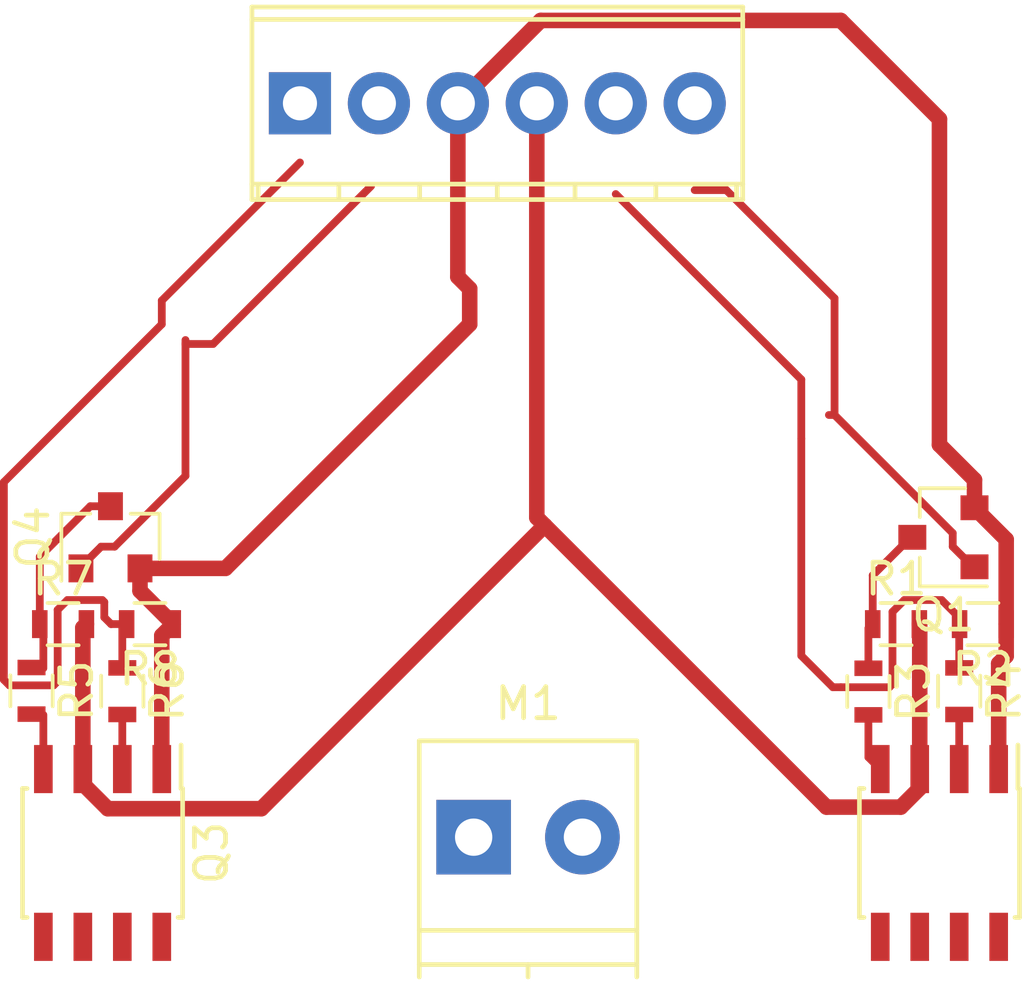
<source format=kicad_pcb>
(kicad_pcb (version 20171130) (host pcbnew 5.0.0-rc2-dev-unknown-6866c0c~65~ubuntu16.04.1)

  (general
    (thickness 1.6)
    (drawings 0)
    (tracks 95)
    (zones 0)
    (modules 14)
    (nets 15)
  )

  (page A4)
  (layers
    (0 F.Cu signal)
    (31 B.Cu signal hide)
    (32 B.Adhes user hide)
    (33 F.Adhes user hide)
    (34 B.Paste user hide)
    (35 F.Paste user hide)
    (36 B.SilkS user hide)
    (37 F.SilkS user hide)
    (38 B.Mask user hide)
    (39 F.Mask user hide)
    (40 Dwgs.User user hide)
    (41 Cmts.User user hide)
    (42 Eco1.User user hide)
    (43 Eco2.User user hide)
    (44 Edge.Cuts user hide)
    (45 Margin user hide)
    (46 B.CrtYd user hide)
    (47 F.CrtYd user)
    (48 B.Fab user hide)
    (49 F.Fab user hide)
  )

  (setup
    (last_trace_width 0.25)
    (trace_clearance 0.2)
    (zone_clearance 0.508)
    (zone_45_only no)
    (trace_min 0.2)
    (segment_width 0.2)
    (edge_width 0.15)
    (via_size 0.6)
    (via_drill 0.4)
    (via_min_size 0.4)
    (via_min_drill 0.3)
    (uvia_size 0.3)
    (uvia_drill 0.1)
    (uvias_allowed no)
    (uvia_min_size 0.2)
    (uvia_min_drill 0.1)
    (pcb_text_width 0.3)
    (pcb_text_size 1.5 1.5)
    (mod_edge_width 0.15)
    (mod_text_size 1 1)
    (mod_text_width 0.15)
    (pad_size 1.524 1.524)
    (pad_drill 0.762)
    (pad_to_mask_clearance 0.2)
    (aux_axis_origin 0 0)
    (visible_elements FFF8FF9F)
    (pcbplotparams
      (layerselection 0x00030_80000001)
      (usegerberextensions false)
      (usegerberattributes false)
      (usegerberadvancedattributes false)
      (creategerberjobfile false)
      (excludeedgelayer true)
      (linewidth 0.100000)
      (plotframeref false)
      (viasonmask false)
      (mode 1)
      (useauxorigin false)
      (hpglpennumber 1)
      (hpglpenspeed 20)
      (hpglpendiameter 15)
      (psnegative false)
      (psa4output false)
      (plotreference true)
      (plotvalue true)
      (plotinvisibletext false)
      (padsonsilk false)
      (subtractmaskfromsilk false)
      (outputformat 1)
      (mirror false)
      (drillshape 1)
      (scaleselection 1)
      (outputdirectory ""))
  )

  (net 0 "")
  (net 1 +BATT)
  (net 2 GNDREF)
  (net 3 "Net-(Q1-Pad3)")
  (net 4 "Net-(Q3-Pad4)")
  (net 5 /TOP_R)
  (net 6 /BOT_R)
  (net 7 /BOT_L)
  (net 8 /TOP_L)
  (net 9 /MM2)
  (net 10 /MM1)
  (net 11 "Net-(Q2-Pad2)")
  (net 12 "Net-(Q2-Pad4)")
  (net 13 "Net-(Q3-Pad2)")
  (net 14 "Net-(Q4-Pad3)")

  (net_class Default "This is the default net class."
    (clearance 0.2)
    (trace_width 0.25)
    (via_dia 0.6)
    (via_drill 0.4)
    (uvia_dia 0.3)
    (uvia_drill 0.1)
    (add_net /BOT_L)
    (add_net /BOT_R)
    (add_net /TOP_L)
    (add_net /TOP_R)
    (add_net "Net-(Q1-Pad3)")
    (add_net "Net-(Q2-Pad2)")
    (add_net "Net-(Q2-Pad4)")
    (add_net "Net-(Q3-Pad2)")
    (add_net "Net-(Q3-Pad4)")
    (add_net "Net-(Q4-Pad3)")
  )

  (net_class B ""
    (clearance 0.2)
    (trace_width 0.5)
    (via_dia 0.6)
    (via_drill 0.4)
    (uvia_dia 0.3)
    (uvia_drill 0.1)
    (add_net +BATT)
    (add_net /MM1)
    (add_net /MM2)
    (add_net GNDREF)
  )

  (module TerminalBlocks_Phoenix:TerminalBlock_Phoenix_MPT-2.54mm_6pol (layer F.Cu) (tedit 59FF0755) (tstamp 5AF94A96)
    (at 184.912 76.962)
    (descr "6-way 2.54mm pitch terminal block, Phoenix MPT series")
    (path /5AF8CE8E)
    (fp_text reference J1 (at 6.35 -4.50088) (layer F.SilkS)
      (effects (font (size 1 1) (thickness 0.15)))
    )
    (fp_text value Screw_Terminal_01x06 (at 6.35 4.50088) (layer F.Fab)
      (effects (font (size 1 1) (thickness 0.15)))
    )
    (fp_line (start -1.54432 -3.0988) (end -1.54432 3.0988) (layer F.SilkS) (width 0.15))
    (fp_line (start 14.24432 3.0988) (end 14.24432 -3.0988) (layer F.SilkS) (width 0.15))
    (fp_line (start 1.25222 3.0988) (end 1.25222 2.60096) (layer F.SilkS) (width 0.15))
    (fp_line (start 14.0462 2.60096) (end 14.0462 3.0988) (layer F.SilkS) (width 0.15))
    (fp_line (start -1.3462 3.0988) (end -1.3462 2.60096) (layer F.SilkS) (width 0.15))
    (fp_line (start 3.85064 2.60096) (end 3.85064 3.0988) (layer F.SilkS) (width 0.15))
    (fp_line (start 6.34746 2.60096) (end 6.34746 3.0988) (layer F.SilkS) (width 0.15))
    (fp_line (start 8.84936 2.60096) (end 8.84936 3.0988) (layer F.SilkS) (width 0.15))
    (fp_line (start 11.45032 2.60096) (end 11.45032 3.0988) (layer F.SilkS) (width 0.15))
    (fp_line (start 14.2494 2.60096) (end -1.5494 2.60096) (layer F.SilkS) (width 0.15))
    (fp_line (start -1.5494 3.0988) (end 14.2494 3.0988) (layer F.SilkS) (width 0.15))
    (fp_line (start 14.2494 -2.70002) (end -1.5494 -2.70002) (layer F.SilkS) (width 0.15))
    (fp_line (start 14.2494 -3.0988) (end -1.5494 -3.0988) (layer F.SilkS) (width 0.15))
    (fp_line (start 14.48 -3.3) (end 14.48 3.3) (layer F.CrtYd) (width 0.05))
    (fp_line (start 14.48 3.3) (end -1.78 3.3) (layer F.CrtYd) (width 0.05))
    (fp_line (start -1.78 3.3) (end -1.78 -3.3) (layer F.CrtYd) (width 0.05))
    (fp_line (start -1.78 -3.3) (end 14.48 -3.3) (layer F.CrtYd) (width 0.05))
    (fp_text user %R (at 6.35 0) (layer F.Fab)
      (effects (font (size 1 1) (thickness 0.15)))
    )
    (pad 6 thru_hole oval (at 12.7 0 180) (size 1.99898 1.99898) (drill 1.09728) (layers *.Cu *.Mask)
      (net 5 /TOP_R))
    (pad 5 thru_hole oval (at 10.16 0 180) (size 1.99898 1.99898) (drill 1.09728) (layers *.Cu *.Mask)
      (net 6 /BOT_R))
    (pad 3 thru_hole oval (at 5.08 0 180) (size 1.99898 1.99898) (drill 1.09728) (layers *.Cu *.Mask)
      (net 2 GNDREF))
    (pad 2 thru_hole oval (at 2.54 0 180) (size 1.99898 1.99898) (drill 1.09728) (layers *.Cu *.Mask)
      (net 7 /BOT_L))
    (pad 1 thru_hole rect (at 0 0 180) (size 1.99898 1.99898) (drill 1.09728) (layers *.Cu *.Mask)
      (net 8 /TOP_L))
    (pad 4 thru_hole oval (at 7.62 0 180) (size 1.99898 1.99898) (drill 1.09728) (layers *.Cu *.Mask)
      (net 1 +BATT))
    (model ${KISYS3DMOD}/TerminalBlock_Phoenix.3dshapes/TerminalBlock_Phoenix_MPT-2.54mm_6pol.wrl
      (offset (xyz 6.349999904632568 0 0))
      (scale (xyz 1 1 1))
      (rotate (xyz 0 0 0))
    )
  )

  (module TerminalBlocks_Phoenix:TerminalBlock_Phoenix_PT-3.5mm_2pol (layer F.Cu) (tedit 59FF0756) (tstamp 5AF93C97)
    (at 190.5 100.584)
    (descr "2-way 3.5mm pitch terminal block, Phoenix PT series")
    (path /5AF10717)
    (fp_text reference M1 (at 1.75 -4.3) (layer F.SilkS)
      (effects (font (size 1 1) (thickness 0.15)))
    )
    (fp_text value "Servo Motor" (at 1.75 6) (layer F.Fab)
      (effects (font (size 1 1) (thickness 0.15)))
    )
    (fp_line (start 5.25 -3.1) (end -1.75 -3.1) (layer F.SilkS) (width 0.15))
    (fp_line (start 5.25 4.5) (end 5.25 -3.1) (layer F.SilkS) (width 0.15))
    (fp_line (start -1.75 -3.1) (end -1.75 4.5) (layer F.SilkS) (width 0.15))
    (fp_line (start -1.75 4.1) (end 5.25 4.1) (layer F.SilkS) (width 0.15))
    (fp_line (start -1.75 3) (end 5.25 3) (layer F.SilkS) (width 0.15))
    (fp_line (start 1.75 4.1) (end 1.75 4.5) (layer F.SilkS) (width 0.15))
    (fp_line (start 5.4 -3.3) (end 5.4 4.7) (layer F.CrtYd) (width 0.05))
    (fp_line (start 5.4 4.7) (end -1.9 4.7) (layer F.CrtYd) (width 0.05))
    (fp_line (start -1.9 4.7) (end -1.9 -3.3) (layer F.CrtYd) (width 0.05))
    (fp_line (start -1.9 -3.3) (end 5.4 -3.3) (layer F.CrtYd) (width 0.05))
    (fp_text user %R (at 1.75 0) (layer F.Fab)
      (effects (font (size 1 1) (thickness 0.15)))
    )
    (pad 1 thru_hole rect (at 0 0) (size 2.4 2.4) (drill 1.2) (layers *.Cu *.Mask)
      (net 9 /MM2))
    (pad 2 thru_hole circle (at 3.5 0) (size 2.4 2.4) (drill 1.2) (layers *.Cu *.Mask)
      (net 10 /MM1))
    (model ${KISYS3DMOD}/TerminalBlock_Phoenix.3dshapes/TerminalBlock_Phoenix_PT-3.5mm_2pol.wrl
      (at (xyz 0 0 0))
      (scale (xyz 1 1 1))
      (rotate (xyz 0 0 0))
    )
  )

  (module TO_SOT_Packages_SMD:SOT-23 (layer F.Cu) (tedit 58CE4E7E) (tstamp 5AF93CAC)
    (at 205.613 90.932 180)
    (descr "SOT-23, Standard")
    (tags SOT-23)
    (path /5AF0DF14)
    (attr smd)
    (fp_text reference Q1 (at 0 -2.5 180) (layer F.SilkS)
      (effects (font (size 1 1) (thickness 0.15)))
    )
    (fp_text value 2N7002 (at 0 2.5 180) (layer F.Fab)
      (effects (font (size 1 1) (thickness 0.15)))
    )
    (fp_text user %R (at 0 0 270) (layer F.Fab)
      (effects (font (size 0.5 0.5) (thickness 0.075)))
    )
    (fp_line (start -0.7 -0.95) (end -0.7 1.5) (layer F.Fab) (width 0.1))
    (fp_line (start -0.15 -1.52) (end 0.7 -1.52) (layer F.Fab) (width 0.1))
    (fp_line (start -0.7 -0.95) (end -0.15 -1.52) (layer F.Fab) (width 0.1))
    (fp_line (start 0.7 -1.52) (end 0.7 1.52) (layer F.Fab) (width 0.1))
    (fp_line (start -0.7 1.52) (end 0.7 1.52) (layer F.Fab) (width 0.1))
    (fp_line (start 0.76 1.58) (end 0.76 0.65) (layer F.SilkS) (width 0.12))
    (fp_line (start 0.76 -1.58) (end 0.76 -0.65) (layer F.SilkS) (width 0.12))
    (fp_line (start -1.7 -1.75) (end 1.7 -1.75) (layer F.CrtYd) (width 0.05))
    (fp_line (start 1.7 -1.75) (end 1.7 1.75) (layer F.CrtYd) (width 0.05))
    (fp_line (start 1.7 1.75) (end -1.7 1.75) (layer F.CrtYd) (width 0.05))
    (fp_line (start -1.7 1.75) (end -1.7 -1.75) (layer F.CrtYd) (width 0.05))
    (fp_line (start 0.76 -1.58) (end -1.4 -1.58) (layer F.SilkS) (width 0.12))
    (fp_line (start 0.76 1.58) (end -0.7 1.58) (layer F.SilkS) (width 0.12))
    (pad 1 smd rect (at -1 -0.95 180) (size 0.9 0.8) (layers F.Cu F.Paste F.Mask)
      (net 8 /TOP_L))
    (pad 2 smd rect (at -1 0.95 180) (size 0.9 0.8) (layers F.Cu F.Paste F.Mask)
      (net 2 GNDREF))
    (pad 3 smd rect (at 1 0 180) (size 0.9 0.8) (layers F.Cu F.Paste F.Mask)
      (net 3 "Net-(Q1-Pad3)"))
    (model ${KISYS3DMOD}/TO_SOT_Packages_SMD.3dshapes/SOT-23.wrl
      (at (xyz 0 0 0))
      (scale (xyz 1 1 1))
      (rotate (xyz 0 0 0))
    )
  )

  (module Housings_SOIC:SOIC-8_3.9x4.9mm_Pitch1.27mm (layer F.Cu) (tedit 58CD0CDA) (tstamp 5AF93CC9)
    (at 205.486 101.092 270)
    (descr "8-Lead Plastic Small Outline (SN) - Narrow, 3.90 mm Body [SOIC] (see Microchip Packaging Specification 00000049BS.pdf)")
    (tags "SOIC 1.27")
    (path /5AF0DEEF)
    (attr smd)
    (fp_text reference Q2 (at 0 -3.5 270) (layer F.SilkS)
      (effects (font (size 1 1) (thickness 0.15)))
    )
    (fp_text value IRF7309IPBF (at 0 3.5 270) (layer F.Fab)
      (effects (font (size 1 1) (thickness 0.15)))
    )
    (fp_text user %R (at 0 0 270) (layer F.Fab)
      (effects (font (size 1 1) (thickness 0.15)))
    )
    (fp_line (start -0.95 -2.45) (end 1.95 -2.45) (layer F.Fab) (width 0.1))
    (fp_line (start 1.95 -2.45) (end 1.95 2.45) (layer F.Fab) (width 0.1))
    (fp_line (start 1.95 2.45) (end -1.95 2.45) (layer F.Fab) (width 0.1))
    (fp_line (start -1.95 2.45) (end -1.95 -1.45) (layer F.Fab) (width 0.1))
    (fp_line (start -1.95 -1.45) (end -0.95 -2.45) (layer F.Fab) (width 0.1))
    (fp_line (start -3.73 -2.7) (end -3.73 2.7) (layer F.CrtYd) (width 0.05))
    (fp_line (start 3.73 -2.7) (end 3.73 2.7) (layer F.CrtYd) (width 0.05))
    (fp_line (start -3.73 -2.7) (end 3.73 -2.7) (layer F.CrtYd) (width 0.05))
    (fp_line (start -3.73 2.7) (end 3.73 2.7) (layer F.CrtYd) (width 0.05))
    (fp_line (start -2.075 -2.575) (end -2.075 -2.525) (layer F.SilkS) (width 0.15))
    (fp_line (start 2.075 -2.575) (end 2.075 -2.43) (layer F.SilkS) (width 0.15))
    (fp_line (start 2.075 2.575) (end 2.075 2.43) (layer F.SilkS) (width 0.15))
    (fp_line (start -2.075 2.575) (end -2.075 2.43) (layer F.SilkS) (width 0.15))
    (fp_line (start -2.075 -2.575) (end 2.075 -2.575) (layer F.SilkS) (width 0.15))
    (fp_line (start -2.075 2.575) (end 2.075 2.575) (layer F.SilkS) (width 0.15))
    (fp_line (start -2.075 -2.525) (end -3.475 -2.525) (layer F.SilkS) (width 0.15))
    (pad 1 smd rect (at -2.7 -1.905 270) (size 1.55 0.6) (layers F.Cu F.Paste F.Mask)
      (net 2 GNDREF))
    (pad 2 smd rect (at -2.7 -0.635 270) (size 1.55 0.6) (layers F.Cu F.Paste F.Mask)
      (net 11 "Net-(Q2-Pad2)"))
    (pad 3 smd rect (at -2.7 0.635 270) (size 1.55 0.6) (layers F.Cu F.Paste F.Mask)
      (net 1 +BATT))
    (pad 4 smd rect (at -2.7 1.905 270) (size 1.55 0.6) (layers F.Cu F.Paste F.Mask)
      (net 12 "Net-(Q2-Pad4)"))
    (pad 5 smd rect (at 2.7 1.905 270) (size 1.55 0.6) (layers F.Cu F.Paste F.Mask)
      (net 10 /MM1))
    (pad 6 smd rect (at 2.7 0.635 270) (size 1.55 0.6) (layers F.Cu F.Paste F.Mask)
      (net 10 /MM1))
    (pad 7 smd rect (at 2.7 -0.635 270) (size 1.55 0.6) (layers F.Cu F.Paste F.Mask)
      (net 10 /MM1))
    (pad 8 smd rect (at 2.7 -1.905 270) (size 1.55 0.6) (layers F.Cu F.Paste F.Mask)
      (net 10 /MM1))
    (model ${KISYS3DMOD}/Housings_SOIC.3dshapes/SOIC-8_3.9x4.9mm_Pitch1.27mm.wrl
      (at (xyz 0 0 0))
      (scale (xyz 1 1 1))
      (rotate (xyz 0 0 0))
    )
  )

  (module Housings_SOIC:SOIC-8_3.9x4.9mm_Pitch1.27mm (layer F.Cu) (tedit 58CD0CDA) (tstamp 5AF93CE6)
    (at 178.562 101.092 270)
    (descr "8-Lead Plastic Small Outline (SN) - Narrow, 3.90 mm Body [SOIC] (see Microchip Packaging Specification 00000049BS.pdf)")
    (tags "SOIC 1.27")
    (path /5AF08F55)
    (attr smd)
    (fp_text reference Q3 (at 0 -3.5 270) (layer F.SilkS)
      (effects (font (size 1 1) (thickness 0.15)))
    )
    (fp_text value IRF7309IPBF (at 0 3.5 270) (layer F.Fab)
      (effects (font (size 1 1) (thickness 0.15)))
    )
    (fp_line (start -2.075 -2.525) (end -3.475 -2.525) (layer F.SilkS) (width 0.15))
    (fp_line (start -2.075 2.575) (end 2.075 2.575) (layer F.SilkS) (width 0.15))
    (fp_line (start -2.075 -2.575) (end 2.075 -2.575) (layer F.SilkS) (width 0.15))
    (fp_line (start -2.075 2.575) (end -2.075 2.43) (layer F.SilkS) (width 0.15))
    (fp_line (start 2.075 2.575) (end 2.075 2.43) (layer F.SilkS) (width 0.15))
    (fp_line (start 2.075 -2.575) (end 2.075 -2.43) (layer F.SilkS) (width 0.15))
    (fp_line (start -2.075 -2.575) (end -2.075 -2.525) (layer F.SilkS) (width 0.15))
    (fp_line (start -3.73 2.7) (end 3.73 2.7) (layer F.CrtYd) (width 0.05))
    (fp_line (start -3.73 -2.7) (end 3.73 -2.7) (layer F.CrtYd) (width 0.05))
    (fp_line (start 3.73 -2.7) (end 3.73 2.7) (layer F.CrtYd) (width 0.05))
    (fp_line (start -3.73 -2.7) (end -3.73 2.7) (layer F.CrtYd) (width 0.05))
    (fp_line (start -1.95 -1.45) (end -0.95 -2.45) (layer F.Fab) (width 0.1))
    (fp_line (start -1.95 2.45) (end -1.95 -1.45) (layer F.Fab) (width 0.1))
    (fp_line (start 1.95 2.45) (end -1.95 2.45) (layer F.Fab) (width 0.1))
    (fp_line (start 1.95 -2.45) (end 1.95 2.45) (layer F.Fab) (width 0.1))
    (fp_line (start -0.95 -2.45) (end 1.95 -2.45) (layer F.Fab) (width 0.1))
    (fp_text user %R (at 0 0 270) (layer F.Fab)
      (effects (font (size 1 1) (thickness 0.15)))
    )
    (pad 8 smd rect (at 2.7 -1.905 270) (size 1.55 0.6) (layers F.Cu F.Paste F.Mask)
      (net 9 /MM2))
    (pad 7 smd rect (at 2.7 -0.635 270) (size 1.55 0.6) (layers F.Cu F.Paste F.Mask)
      (net 9 /MM2))
    (pad 6 smd rect (at 2.7 0.635 270) (size 1.55 0.6) (layers F.Cu F.Paste F.Mask)
      (net 9 /MM2))
    (pad 5 smd rect (at 2.7 1.905 270) (size 1.55 0.6) (layers F.Cu F.Paste F.Mask)
      (net 9 /MM2))
    (pad 4 smd rect (at -2.7 1.905 270) (size 1.55 0.6) (layers F.Cu F.Paste F.Mask)
      (net 4 "Net-(Q3-Pad4)"))
    (pad 3 smd rect (at -2.7 0.635 270) (size 1.55 0.6) (layers F.Cu F.Paste F.Mask)
      (net 1 +BATT))
    (pad 2 smd rect (at -2.7 -0.635 270) (size 1.55 0.6) (layers F.Cu F.Paste F.Mask)
      (net 13 "Net-(Q3-Pad2)"))
    (pad 1 smd rect (at -2.7 -1.905 270) (size 1.55 0.6) (layers F.Cu F.Paste F.Mask)
      (net 2 GNDREF))
    (model ${KISYS3DMOD}/Housings_SOIC.3dshapes/SOIC-8_3.9x4.9mm_Pitch1.27mm.wrl
      (at (xyz 0 0 0))
      (scale (xyz 1 1 1))
      (rotate (xyz 0 0 0))
    )
  )

  (module TO_SOT_Packages_SMD:SOT-23 (layer F.Cu) (tedit 58CE4E7E) (tstamp 5AF93CFB)
    (at 178.816 90.932 90)
    (descr "SOT-23, Standard")
    (tags SOT-23)
    (path /5AF094AB)
    (attr smd)
    (fp_text reference Q4 (at 0 -2.5 90) (layer F.SilkS)
      (effects (font (size 1 1) (thickness 0.15)))
    )
    (fp_text value 2N7002 (at 0 2.5 90) (layer F.Fab)
      (effects (font (size 1 1) (thickness 0.15)))
    )
    (fp_line (start 0.76 1.58) (end -0.7 1.58) (layer F.SilkS) (width 0.12))
    (fp_line (start 0.76 -1.58) (end -1.4 -1.58) (layer F.SilkS) (width 0.12))
    (fp_line (start -1.7 1.75) (end -1.7 -1.75) (layer F.CrtYd) (width 0.05))
    (fp_line (start 1.7 1.75) (end -1.7 1.75) (layer F.CrtYd) (width 0.05))
    (fp_line (start 1.7 -1.75) (end 1.7 1.75) (layer F.CrtYd) (width 0.05))
    (fp_line (start -1.7 -1.75) (end 1.7 -1.75) (layer F.CrtYd) (width 0.05))
    (fp_line (start 0.76 -1.58) (end 0.76 -0.65) (layer F.SilkS) (width 0.12))
    (fp_line (start 0.76 1.58) (end 0.76 0.65) (layer F.SilkS) (width 0.12))
    (fp_line (start -0.7 1.52) (end 0.7 1.52) (layer F.Fab) (width 0.1))
    (fp_line (start 0.7 -1.52) (end 0.7 1.52) (layer F.Fab) (width 0.1))
    (fp_line (start -0.7 -0.95) (end -0.15 -1.52) (layer F.Fab) (width 0.1))
    (fp_line (start -0.15 -1.52) (end 0.7 -1.52) (layer F.Fab) (width 0.1))
    (fp_line (start -0.7 -0.95) (end -0.7 1.5) (layer F.Fab) (width 0.1))
    (fp_text user %R (at 0 0 180) (layer F.Fab)
      (effects (font (size 0.5 0.5) (thickness 0.075)))
    )
    (pad 3 smd rect (at 1 0 90) (size 0.9 0.8) (layers F.Cu F.Paste F.Mask)
      (net 14 "Net-(Q4-Pad3)"))
    (pad 2 smd rect (at -1 0.95 90) (size 0.9 0.8) (layers F.Cu F.Paste F.Mask)
      (net 2 GNDREF))
    (pad 1 smd rect (at -1 -0.95 90) (size 0.9 0.8) (layers F.Cu F.Paste F.Mask)
      (net 5 /TOP_R))
    (model ${KISYS3DMOD}/TO_SOT_Packages_SMD.3dshapes/SOT-23.wrl
      (at (xyz 0 0 0))
      (scale (xyz 1 1 1))
      (rotate (xyz 0 0 0))
    )
  )

  (module Resistors_SMD:R_0603 (layer F.Cu) (tedit 58E0A804) (tstamp 5AF93D0C)
    (at 204.089 93.726)
    (descr "Resistor SMD 0603, reflow soldering, Vishay (see dcrcw.pdf)")
    (tags "resistor 0603")
    (path /5AF0DF21)
    (attr smd)
    (fp_text reference R1 (at 0 -1.45) (layer F.SilkS)
      (effects (font (size 1 1) (thickness 0.15)))
    )
    (fp_text value R (at 0 1.5) (layer F.Fab)
      (effects (font (size 1 1) (thickness 0.15)))
    )
    (fp_text user %R (at 0.022999 0) (layer F.Fab)
      (effects (font (size 0.4 0.4) (thickness 0.075)))
    )
    (fp_line (start -0.8 0.4) (end -0.8 -0.4) (layer F.Fab) (width 0.1))
    (fp_line (start 0.8 0.4) (end -0.8 0.4) (layer F.Fab) (width 0.1))
    (fp_line (start 0.8 -0.4) (end 0.8 0.4) (layer F.Fab) (width 0.1))
    (fp_line (start -0.8 -0.4) (end 0.8 -0.4) (layer F.Fab) (width 0.1))
    (fp_line (start 0.5 0.68) (end -0.5 0.68) (layer F.SilkS) (width 0.12))
    (fp_line (start -0.5 -0.68) (end 0.5 -0.68) (layer F.SilkS) (width 0.12))
    (fp_line (start -1.25 -0.7) (end 1.25 -0.7) (layer F.CrtYd) (width 0.05))
    (fp_line (start -1.25 -0.7) (end -1.25 0.7) (layer F.CrtYd) (width 0.05))
    (fp_line (start 1.25 0.7) (end 1.25 -0.7) (layer F.CrtYd) (width 0.05))
    (fp_line (start 1.25 0.7) (end -1.25 0.7) (layer F.CrtYd) (width 0.05))
    (pad 1 smd rect (at -0.75 0) (size 0.5 0.9) (layers F.Cu F.Paste F.Mask)
      (net 3 "Net-(Q1-Pad3)"))
    (pad 2 smd rect (at 0.75 0) (size 0.5 0.9) (layers F.Cu F.Paste F.Mask)
      (net 1 +BATT))
    (model ${KISYS3DMOD}/Resistors_SMD.3dshapes/R_0603.wrl
      (at (xyz 0 0 0))
      (scale (xyz 1 1 1))
      (rotate (xyz 0 0 0))
    )
  )

  (module Resistors_SMD:R_0603 (layer F.Cu) (tedit 58E0A804) (tstamp 5AF93D1D)
    (at 206.883 93.726 180)
    (descr "Resistor SMD 0603, reflow soldering, Vishay (see dcrcw.pdf)")
    (tags "resistor 0603")
    (path /5AF0DF0D)
    (attr smd)
    (fp_text reference R2 (at 0 -1.45 180) (layer F.SilkS)
      (effects (font (size 1 1) (thickness 0.15)))
    )
    (fp_text value R (at 0 1.5 180) (layer F.Fab)
      (effects (font (size 1 1) (thickness 0.15)))
    )
    (fp_line (start 1.25 0.7) (end -1.25 0.7) (layer F.CrtYd) (width 0.05))
    (fp_line (start 1.25 0.7) (end 1.25 -0.7) (layer F.CrtYd) (width 0.05))
    (fp_line (start -1.25 -0.7) (end -1.25 0.7) (layer F.CrtYd) (width 0.05))
    (fp_line (start -1.25 -0.7) (end 1.25 -0.7) (layer F.CrtYd) (width 0.05))
    (fp_line (start -0.5 -0.68) (end 0.5 -0.68) (layer F.SilkS) (width 0.12))
    (fp_line (start 0.5 0.68) (end -0.5 0.68) (layer F.SilkS) (width 0.12))
    (fp_line (start -0.8 -0.4) (end 0.8 -0.4) (layer F.Fab) (width 0.1))
    (fp_line (start 0.8 -0.4) (end 0.8 0.4) (layer F.Fab) (width 0.1))
    (fp_line (start 0.8 0.4) (end -0.8 0.4) (layer F.Fab) (width 0.1))
    (fp_line (start -0.8 0.4) (end -0.8 -0.4) (layer F.Fab) (width 0.1))
    (fp_text user %R (at 0 0 180) (layer F.Fab)
      (effects (font (size 0.4 0.4) (thickness 0.075)))
    )
    (pad 2 smd rect (at 0.75 0 180) (size 0.5 0.9) (layers F.Cu F.Paste F.Mask)
      (net 7 /BOT_L))
    (pad 1 smd rect (at -0.75 0 180) (size 0.5 0.9) (layers F.Cu F.Paste F.Mask)
      (net 2 GNDREF))
    (model ${KISYS3DMOD}/Resistors_SMD.3dshapes/R_0603.wrl
      (at (xyz 0 0 0))
      (scale (xyz 1 1 1))
      (rotate (xyz 0 0 0))
    )
  )

  (module Resistors_SMD:R_0603 (layer F.Cu) (tedit 58E0A804) (tstamp 5AF93D2E)
    (at 177.292 93.726)
    (descr "Resistor SMD 0603, reflow soldering, Vishay (see dcrcw.pdf)")
    (tags "resistor 0603")
    (path /5AF09894)
    (attr smd)
    (fp_text reference R7 (at 0 -1.45) (layer F.SilkS)
      (effects (font (size 1 1) (thickness 0.15)))
    )
    (fp_text value R (at 0 1.5) (layer F.Fab)
      (effects (font (size 1 1) (thickness 0.15)))
    )
    (fp_text user %R (at 0 0) (layer F.Fab)
      (effects (font (size 0.4 0.4) (thickness 0.075)))
    )
    (fp_line (start -0.8 0.4) (end -0.8 -0.4) (layer F.Fab) (width 0.1))
    (fp_line (start 0.8 0.4) (end -0.8 0.4) (layer F.Fab) (width 0.1))
    (fp_line (start 0.8 -0.4) (end 0.8 0.4) (layer F.Fab) (width 0.1))
    (fp_line (start -0.8 -0.4) (end 0.8 -0.4) (layer F.Fab) (width 0.1))
    (fp_line (start 0.5 0.68) (end -0.5 0.68) (layer F.SilkS) (width 0.12))
    (fp_line (start -0.5 -0.68) (end 0.5 -0.68) (layer F.SilkS) (width 0.12))
    (fp_line (start -1.25 -0.7) (end 1.25 -0.7) (layer F.CrtYd) (width 0.05))
    (fp_line (start -1.25 -0.7) (end -1.25 0.7) (layer F.CrtYd) (width 0.05))
    (fp_line (start 1.25 0.7) (end 1.25 -0.7) (layer F.CrtYd) (width 0.05))
    (fp_line (start 1.25 0.7) (end -1.25 0.7) (layer F.CrtYd) (width 0.05))
    (pad 1 smd rect (at -0.75 0) (size 0.5 0.9) (layers F.Cu F.Paste F.Mask)
      (net 14 "Net-(Q4-Pad3)"))
    (pad 2 smd rect (at 0.75 0) (size 0.5 0.9) (layers F.Cu F.Paste F.Mask)
      (net 1 +BATT))
    (model ${KISYS3DMOD}/Resistors_SMD.3dshapes/R_0603.wrl
      (at (xyz 0 0 0))
      (scale (xyz 1 1 1))
      (rotate (xyz 0 0 0))
    )
  )

  (module Resistors_SMD:R_0603 (layer F.Cu) (tedit 58E0A804) (tstamp 5AF93D3F)
    (at 180.086 93.726 180)
    (descr "Resistor SMD 0603, reflow soldering, Vishay (see dcrcw.pdf)")
    (tags "resistor 0603")
    (path /5AF09353)
    (attr smd)
    (fp_text reference R8 (at 0 -1.45 180) (layer F.SilkS)
      (effects (font (size 1 1) (thickness 0.15)))
    )
    (fp_text value R (at 0 1.5 180) (layer F.Fab)
      (effects (font (size 1 1) (thickness 0.15)))
    )
    (fp_line (start 1.25 0.7) (end -1.25 0.7) (layer F.CrtYd) (width 0.05))
    (fp_line (start 1.25 0.7) (end 1.25 -0.7) (layer F.CrtYd) (width 0.05))
    (fp_line (start -1.25 -0.7) (end -1.25 0.7) (layer F.CrtYd) (width 0.05))
    (fp_line (start -1.25 -0.7) (end 1.25 -0.7) (layer F.CrtYd) (width 0.05))
    (fp_line (start -0.5 -0.68) (end 0.5 -0.68) (layer F.SilkS) (width 0.12))
    (fp_line (start 0.5 0.68) (end -0.5 0.68) (layer F.SilkS) (width 0.12))
    (fp_line (start -0.8 -0.4) (end 0.8 -0.4) (layer F.Fab) (width 0.1))
    (fp_line (start 0.8 -0.4) (end 0.8 0.4) (layer F.Fab) (width 0.1))
    (fp_line (start 0.8 0.4) (end -0.8 0.4) (layer F.Fab) (width 0.1))
    (fp_line (start -0.8 0.4) (end -0.8 -0.4) (layer F.Fab) (width 0.1))
    (fp_text user %R (at 0 0 180) (layer F.Fab)
      (effects (font (size 0.4 0.4) (thickness 0.075)))
    )
    (pad 2 smd rect (at 0.75 0 180) (size 0.5 0.9) (layers F.Cu F.Paste F.Mask)
      (net 6 /BOT_R))
    (pad 1 smd rect (at -0.75 0 180) (size 0.5 0.9) (layers F.Cu F.Paste F.Mask)
      (net 2 GNDREF))
    (model ${KISYS3DMOD}/Resistors_SMD.3dshapes/R_0603.wrl
      (at (xyz 0 0 0))
      (scale (xyz 1 1 1))
      (rotate (xyz 0 0 0))
    )
  )

  (module Resistors_SMD:R_0603 (layer F.Cu) (tedit 58E0A804) (tstamp 5AF94C68)
    (at 203.2 95.897 270)
    (descr "Resistor SMD 0603, reflow soldering, Vishay (see dcrcw.pdf)")
    (tags "resistor 0603")
    (path /5AF0DEFB)
    (attr smd)
    (fp_text reference R3 (at 0 -1.45 270) (layer F.SilkS)
      (effects (font (size 1 1) (thickness 0.15)))
    )
    (fp_text value R (at 0 1.5 270) (layer F.Fab)
      (effects (font (size 1 1) (thickness 0.15)))
    )
    (fp_text user %R (at 0 0 270) (layer F.Fab)
      (effects (font (size 0.4 0.4) (thickness 0.075)))
    )
    (fp_line (start -0.8 0.4) (end -0.8 -0.4) (layer F.Fab) (width 0.1))
    (fp_line (start 0.8 0.4) (end -0.8 0.4) (layer F.Fab) (width 0.1))
    (fp_line (start 0.8 -0.4) (end 0.8 0.4) (layer F.Fab) (width 0.1))
    (fp_line (start -0.8 -0.4) (end 0.8 -0.4) (layer F.Fab) (width 0.1))
    (fp_line (start 0.5 0.68) (end -0.5 0.68) (layer F.SilkS) (width 0.12))
    (fp_line (start -0.5 -0.68) (end 0.5 -0.68) (layer F.SilkS) (width 0.12))
    (fp_line (start -1.25 -0.7) (end 1.25 -0.7) (layer F.CrtYd) (width 0.05))
    (fp_line (start -1.25 -0.7) (end -1.25 0.7) (layer F.CrtYd) (width 0.05))
    (fp_line (start 1.25 0.7) (end 1.25 -0.7) (layer F.CrtYd) (width 0.05))
    (fp_line (start 1.25 0.7) (end -1.25 0.7) (layer F.CrtYd) (width 0.05))
    (pad 1 smd rect (at -0.75 0 270) (size 0.5 0.9) (layers F.Cu F.Paste F.Mask)
      (net 3 "Net-(Q1-Pad3)"))
    (pad 2 smd rect (at 0.75 0 270) (size 0.5 0.9) (layers F.Cu F.Paste F.Mask)
      (net 12 "Net-(Q2-Pad4)"))
    (model ${KISYS3DMOD}/Resistors_SMD.3dshapes/R_0603.wrl
      (at (xyz 0 0 0))
      (scale (xyz 1 1 1))
      (rotate (xyz 0 0 0))
    )
  )

  (module Resistors_SMD:R_0603 (layer F.Cu) (tedit 58E0A804) (tstamp 5AF94847)
    (at 206.121 95.885 270)
    (descr "Resistor SMD 0603, reflow soldering, Vishay (see dcrcw.pdf)")
    (tags "resistor 0603")
    (path /5AF0DF01)
    (attr smd)
    (fp_text reference R4 (at 0 -1.45 270) (layer F.SilkS)
      (effects (font (size 1 1) (thickness 0.15)))
    )
    (fp_text value R (at 0 1.5 270) (layer F.Fab)
      (effects (font (size 1 1) (thickness 0.15)))
    )
    (fp_line (start 1.25 0.7) (end -1.25 0.7) (layer F.CrtYd) (width 0.05))
    (fp_line (start 1.25 0.7) (end 1.25 -0.7) (layer F.CrtYd) (width 0.05))
    (fp_line (start -1.25 -0.7) (end -1.25 0.7) (layer F.CrtYd) (width 0.05))
    (fp_line (start -1.25 -0.7) (end 1.25 -0.7) (layer F.CrtYd) (width 0.05))
    (fp_line (start -0.5 -0.68) (end 0.5 -0.68) (layer F.SilkS) (width 0.12))
    (fp_line (start 0.5 0.68) (end -0.5 0.68) (layer F.SilkS) (width 0.12))
    (fp_line (start -0.8 -0.4) (end 0.8 -0.4) (layer F.Fab) (width 0.1))
    (fp_line (start 0.8 -0.4) (end 0.8 0.4) (layer F.Fab) (width 0.1))
    (fp_line (start 0.8 0.4) (end -0.8 0.4) (layer F.Fab) (width 0.1))
    (fp_line (start -0.8 0.4) (end -0.8 -0.4) (layer F.Fab) (width 0.1))
    (fp_text user %R (at 0 0 270) (layer F.Fab)
      (effects (font (size 0.4 0.4) (thickness 0.075)))
    )
    (pad 2 smd rect (at 0.75 0 270) (size 0.5 0.9) (layers F.Cu F.Paste F.Mask)
      (net 11 "Net-(Q2-Pad2)"))
    (pad 1 smd rect (at -0.75 0 270) (size 0.5 0.9) (layers F.Cu F.Paste F.Mask)
      (net 7 /BOT_L))
    (model ${KISYS3DMOD}/Resistors_SMD.3dshapes/R_0603.wrl
      (at (xyz 0 0 0))
      (scale (xyz 1 1 1))
      (rotate (xyz 0 0 0))
    )
  )

  (module Resistors_SMD:R_0603 (layer F.Cu) (tedit 58E0A804) (tstamp 5AF94530)
    (at 176.276 95.873 270)
    (descr "Resistor SMD 0603, reflow soldering, Vishay (see dcrcw.pdf)")
    (tags "resistor 0603")
    (path /5AF091EA)
    (attr smd)
    (fp_text reference R5 (at 0 -1.45 270) (layer F.SilkS)
      (effects (font (size 1 1) (thickness 0.15)))
    )
    (fp_text value R (at 0 1.5 270) (layer F.Fab)
      (effects (font (size 1 1) (thickness 0.15)))
    )
    (fp_line (start 1.25 0.7) (end -1.25 0.7) (layer F.CrtYd) (width 0.05))
    (fp_line (start 1.25 0.7) (end 1.25 -0.7) (layer F.CrtYd) (width 0.05))
    (fp_line (start -1.25 -0.7) (end -1.25 0.7) (layer F.CrtYd) (width 0.05))
    (fp_line (start -1.25 -0.7) (end 1.25 -0.7) (layer F.CrtYd) (width 0.05))
    (fp_line (start -0.5 -0.68) (end 0.5 -0.68) (layer F.SilkS) (width 0.12))
    (fp_line (start 0.5 0.68) (end -0.5 0.68) (layer F.SilkS) (width 0.12))
    (fp_line (start -0.8 -0.4) (end 0.8 -0.4) (layer F.Fab) (width 0.1))
    (fp_line (start 0.8 -0.4) (end 0.8 0.4) (layer F.Fab) (width 0.1))
    (fp_line (start 0.8 0.4) (end -0.8 0.4) (layer F.Fab) (width 0.1))
    (fp_line (start -0.8 0.4) (end -0.8 -0.4) (layer F.Fab) (width 0.1))
    (fp_text user %R (at 0 0 270) (layer F.Fab)
      (effects (font (size 0.4 0.4) (thickness 0.075)))
    )
    (pad 2 smd rect (at 0.75 0 270) (size 0.5 0.9) (layers F.Cu F.Paste F.Mask)
      (net 4 "Net-(Q3-Pad4)"))
    (pad 1 smd rect (at -0.75 0 270) (size 0.5 0.9) (layers F.Cu F.Paste F.Mask)
      (net 14 "Net-(Q4-Pad3)"))
    (model ${KISYS3DMOD}/Resistors_SMD.3dshapes/R_0603.wrl
      (at (xyz 0 0 0))
      (scale (xyz 1 1 1))
      (rotate (xyz 0 0 0))
    )
  )

  (module Resistors_SMD:R_0603 (layer F.Cu) (tedit 58E0A804) (tstamp 5AF94541)
    (at 179.197 95.885 270)
    (descr "Resistor SMD 0603, reflow soldering, Vishay (see dcrcw.pdf)")
    (tags "resistor 0603")
    (path /5AF092AA)
    (attr smd)
    (fp_text reference R6 (at 0 -1.45 270) (layer F.SilkS)
      (effects (font (size 1 1) (thickness 0.15)))
    )
    (fp_text value R (at 0 1.5 270) (layer F.Fab)
      (effects (font (size 1 1) (thickness 0.15)))
    )
    (fp_text user %R (at 0 0 270) (layer F.Fab)
      (effects (font (size 0.4 0.4) (thickness 0.075)))
    )
    (fp_line (start -0.8 0.4) (end -0.8 -0.4) (layer F.Fab) (width 0.1))
    (fp_line (start 0.8 0.4) (end -0.8 0.4) (layer F.Fab) (width 0.1))
    (fp_line (start 0.8 -0.4) (end 0.8 0.4) (layer F.Fab) (width 0.1))
    (fp_line (start -0.8 -0.4) (end 0.8 -0.4) (layer F.Fab) (width 0.1))
    (fp_line (start 0.5 0.68) (end -0.5 0.68) (layer F.SilkS) (width 0.12))
    (fp_line (start -0.5 -0.68) (end 0.5 -0.68) (layer F.SilkS) (width 0.12))
    (fp_line (start -1.25 -0.7) (end 1.25 -0.7) (layer F.CrtYd) (width 0.05))
    (fp_line (start -1.25 -0.7) (end -1.25 0.7) (layer F.CrtYd) (width 0.05))
    (fp_line (start 1.25 0.7) (end 1.25 -0.7) (layer F.CrtYd) (width 0.05))
    (fp_line (start 1.25 0.7) (end -1.25 0.7) (layer F.CrtYd) (width 0.05))
    (pad 1 smd rect (at -0.75 0 270) (size 0.5 0.9) (layers F.Cu F.Paste F.Mask)
      (net 6 /BOT_R))
    (pad 2 smd rect (at 0.75 0 270) (size 0.5 0.9) (layers F.Cu F.Paste F.Mask)
      (net 13 "Net-(Q3-Pad2)"))
    (model ${KISYS3DMOD}/Resistors_SMD.3dshapes/R_0603.wrl
      (at (xyz 0 0 0))
      (scale (xyz 1 1 1))
      (rotate (xyz 0 0 0))
    )
  )

  (segment (start 204.851 93.738) (end 204.839 93.726) (width 0.5) (layer F.Cu) (net 1))
  (segment (start 204.851 98.392) (end 204.851 93.738) (width 0.5) (layer F.Cu) (net 1))
  (segment (start 177.927 93.841) (end 178.042 93.726) (width 0.5) (layer F.Cu) (net 1))
  (segment (start 177.927 98.392) (end 177.927 93.841) (width 0.5) (layer F.Cu) (net 1))
  (segment (start 204.241001 99.617001) (end 201.852001 99.617001) (width 0.5) (layer F.Cu) (net 1))
  (segment (start 204.851 98.392) (end 204.851 99.007002) (width 0.5) (layer F.Cu) (net 1))
  (segment (start 204.851 99.007002) (end 204.241001 99.617001) (width 0.5) (layer F.Cu) (net 1))
  (segment (start 201.852001 99.617001) (end 192.786 90.551) (width 0.5) (layer F.Cu) (net 1))
  (segment (start 183.67 99.667) (end 192.786 90.551) (width 0.5) (layer F.Cu) (net 1))
  (segment (start 178.727 99.667) (end 183.67 99.667) (width 0.5) (layer F.Cu) (net 1))
  (segment (start 177.927 98.867) (end 178.727 99.667) (width 0.5) (layer F.Cu) (net 1))
  (segment (start 177.927 98.392) (end 177.927 98.867) (width 0.5) (layer F.Cu) (net 1))
  (segment (start 192.532 90.297) (end 192.532 76.962) (width 0.5) (layer F.Cu) (net 1))
  (segment (start 192.786 90.551) (end 192.532 90.297) (width 0.5) (layer F.Cu) (net 1))
  (segment (start 207.391 98.392) (end 207.391 94.996) (width 0.5) (layer F.Cu) (net 2))
  (segment (start 207.633 94.754) (end 207.633 93.726) (width 0.5) (layer F.Cu) (net 2))
  (segment (start 207.391 94.996) (end 207.633 94.754) (width 0.5) (layer F.Cu) (net 2))
  (segment (start 180.467 94.095) (end 180.836 93.726) (width 0.5) (layer F.Cu) (net 2))
  (segment (start 180.467 98.392) (end 180.467 94.095) (width 0.5) (layer F.Cu) (net 2))
  (segment (start 179.766 92.656) (end 180.836 93.726) (width 0.5) (layer F.Cu) (net 2))
  (segment (start 179.766 91.932) (end 179.766 92.656) (width 0.5) (layer F.Cu) (net 2))
  (segment (start 207.633 91.002) (end 206.613 89.982) (width 0.5) (layer F.Cu) (net 2))
  (segment (start 207.633 93.726) (end 207.633 91.002) (width 0.5) (layer F.Cu) (net 2))
  (segment (start 179.766 91.932) (end 182.515 91.932) (width 0.5) (layer F.Cu) (net 2))
  (segment (start 182.515 91.932) (end 190.373 84.074) (width 0.5) (layer F.Cu) (net 2))
  (segment (start 190.373 84.074) (end 190.373 82.931) (width 0.5) (layer F.Cu) (net 2))
  (segment (start 189.992 82.55) (end 189.992 76.962) (width 0.5) (layer F.Cu) (net 2))
  (segment (start 190.373 82.931) (end 189.992 82.55) (width 0.5) (layer F.Cu) (net 2))
  (segment (start 206.613 89.082) (end 205.486 87.955) (width 0.5) (layer F.Cu) (net 2))
  (segment (start 206.613 89.982) (end 206.613 89.082) (width 0.5) (layer F.Cu) (net 2))
  (segment (start 205.486 87.955) (end 205.486 77.47) (width 0.5) (layer F.Cu) (net 2))
  (segment (start 205.486 77.47) (end 202.311 74.295) (width 0.5) (layer F.Cu) (net 2))
  (segment (start 192.659 74.295) (end 189.992 76.962) (width 0.5) (layer F.Cu) (net 2))
  (segment (start 202.311 74.295) (end 192.659 74.295) (width 0.5) (layer F.Cu) (net 2))
  (segment (start 203.2 93.865) (end 203.339 93.726) (width 0.25) (layer F.Cu) (net 3))
  (segment (start 203.2 95.147) (end 203.2 93.865) (width 0.25) (layer F.Cu) (net 3))
  (segment (start 203.339 92.156) (end 204.563 90.932) (width 0.25) (layer F.Cu) (net 3))
  (segment (start 204.563 90.932) (end 204.613 90.932) (width 0.25) (layer F.Cu) (net 3))
  (segment (start 203.339 93.726) (end 203.339 92.156) (width 0.25) (layer F.Cu) (net 3))
  (segment (start 176.657 98.392) (end 176.657 96.647) (width 0.25) (layer F.Cu) (net 4))
  (segment (start 178.516 91.232) (end 178.951002 91.232) (width 0.25) (layer F.Cu) (net 5))
  (segment (start 177.866 91.932) (end 177.866 91.882) (width 0.25) (layer F.Cu) (net 5))
  (segment (start 178.951002 91.232) (end 181.229 88.954002) (width 0.25) (layer F.Cu) (net 5))
  (segment (start 177.866 91.882) (end 178.516 91.232) (width 0.25) (layer F.Cu) (net 5))
  (segment (start 181.229 84.709) (end 182.118 84.709) (width 0.25) (layer F.Cu) (net 5))
  (segment (start 181.229 84.709) (end 181.229 84.582) (width 0.25) (layer F.Cu) (net 5))
  (segment (start 181.229 88.954002) (end 181.229 84.709) (width 0.25) (layer F.Cu) (net 5))
  (segment (start 182.118 84.709) (end 187.198 79.629) (width 0.25) (layer F.Cu) (net 5))
  (segment (start 179.197 93.865) (end 179.336 93.726) (width 0.25) (layer F.Cu) (net 6))
  (segment (start 179.197 95.135) (end 179.197 93.865) (width 0.25) (layer F.Cu) (net 6))
  (segment (start 176.986001 95.698001) (end 175.565999 95.698001) (width 0.25) (layer F.Cu) (net 6))
  (segment (start 177.117001 95.567001) (end 176.986001 95.698001) (width 0.25) (layer F.Cu) (net 6))
  (segment (start 177.117001 93.265999) (end 177.117001 95.567001) (width 0.25) (layer F.Cu) (net 6))
  (segment (start 175.565999 95.698001) (end 175.387 95.519002) (width 0.25) (layer F.Cu) (net 6))
  (segment (start 178.836 93.726) (end 178.617008 93.507008) (width 0.25) (layer F.Cu) (net 6))
  (segment (start 179.336 93.726) (end 178.836 93.726) (width 0.25) (layer F.Cu) (net 6))
  (segment (start 178.617008 93.507008) (end 178.617008 93.016006) (width 0.25) (layer F.Cu) (net 6))
  (segment (start 178.617008 93.016006) (end 178.552001 92.950999) (width 0.25) (layer F.Cu) (net 6))
  (segment (start 178.552001 92.950999) (end 177.432001 92.950999) (width 0.25) (layer F.Cu) (net 6))
  (segment (start 177.432001 92.950999) (end 177.117001 93.265999) (width 0.25) (layer F.Cu) (net 6))
  (segment (start 175.387 95.519002) (end 175.387 89.154) (width 0.25) (layer F.Cu) (net 6))
  (segment (start 175.387 89.154) (end 180.467 84.074) (width 0.25) (layer F.Cu) (net 6))
  (segment (start 180.467 84.074) (end 180.467 83.312) (width 0.25) (layer F.Cu) (net 6))
  (segment (start 180.467 83.312) (end 184.912 78.867) (width 0.25) (layer F.Cu) (net 6))
  (segment (start 206.121 93.738) (end 206.133 93.726) (width 0.25) (layer F.Cu) (net 7))
  (segment (start 206.121 95.135) (end 206.121 93.738) (width 0.25) (layer F.Cu) (net 7))
  (segment (start 203.975001 95.657001) (end 203.874002 95.758) (width 0.25) (layer F.Cu) (net 7))
  (segment (start 203.975001 93.331999) (end 203.975001 95.657001) (width 0.25) (layer F.Cu) (net 7))
  (segment (start 204.356001 92.950999) (end 203.975001 93.331999) (width 0.25) (layer F.Cu) (net 7))
  (segment (start 205.557999 92.950999) (end 204.356001 92.950999) (width 0.25) (layer F.Cu) (net 7))
  (segment (start 206.133 93.726) (end 206.133 93.526) (width 0.25) (layer F.Cu) (net 7))
  (segment (start 206.133 93.526) (end 205.557999 92.950999) (width 0.25) (layer F.Cu) (net 7))
  (segment (start 203.874002 95.758) (end 202.311 95.758) (width 0.25) (layer F.Cu) (net 7))
  (segment (start 202.311 95.758) (end 202.057 95.758) (width 0.25) (layer F.Cu) (net 7))
  (segment (start 202.057 95.758) (end 201.041 94.742) (width 0.25) (layer F.Cu) (net 7))
  (segment (start 201.041 94.742) (end 201.041 87.757) (width 0.25) (layer F.Cu) (net 7))
  (segment (start 201.041 87.757) (end 201.041 85.852) (width 0.25) (layer F.Cu) (net 7))
  (segment (start 201.041 85.852) (end 195.072 79.883) (width 0.25) (layer F.Cu) (net 7))
  (segment (start 205.913 90.796998) (end 202.111002 86.995) (width 0.25) (layer F.Cu) (net 8))
  (segment (start 205.913 91.232) (end 205.913 90.796998) (width 0.25) (layer F.Cu) (net 8))
  (segment (start 206.613 91.882) (end 206.563 91.882) (width 0.25) (layer F.Cu) (net 8))
  (segment (start 206.563 91.882) (end 205.913 91.232) (width 0.25) (layer F.Cu) (net 8))
  (segment (start 202.111002 86.995) (end 201.93 86.995) (width 0.25) (layer F.Cu) (net 8))
  (segment (start 202.111002 86.995) (end 202.111002 83.239002) (width 0.25) (layer F.Cu) (net 8))
  (segment (start 202.111002 83.239002) (end 198.628 79.756) (width 0.25) (layer F.Cu) (net 8))
  (segment (start 198.628 79.756) (end 197.612 79.756) (width 0.25) (layer F.Cu) (net 8))
  (segment (start 206.121 98.392) (end 206.121 96.635) (width 0.25) (layer F.Cu) (net 11))
  (segment (start 203.2 98.011) (end 203.581 98.392) (width 0.25) (layer F.Cu) (net 12))
  (segment (start 203.2 96.647) (end 203.2 98.011) (width 0.25) (layer F.Cu) (net 12))
  (segment (start 179.197 98.392) (end 179.197 96.635) (width 0.25) (layer F.Cu) (net 13))
  (segment (start 176.657 93.841) (end 176.542 93.726) (width 0.25) (layer F.Cu) (net 14))
  (segment (start 176.657 95.147) (end 176.657 93.841) (width 0.25) (layer F.Cu) (net 14))
  (segment (start 178.166 89.932) (end 178.816 89.932) (width 0.25) (layer F.Cu) (net 14))
  (segment (start 176.542 91.556) (end 178.166 89.932) (width 0.25) (layer F.Cu) (net 14))
  (segment (start 176.542 93.726) (end 176.542 91.556) (width 0.25) (layer F.Cu) (net 14))

)

</source>
